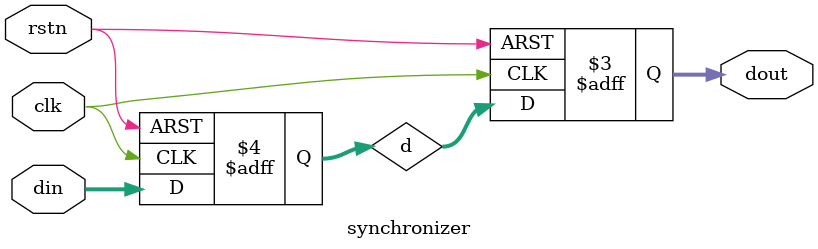
<source format=v>
/*To calculate FIFO full and empty conditions it requires clock domain 
crossing as wptr and rptr operates on different clocks. 
So to reduce Metastability we need synchronizer*/


module synchronizer #(parameter WIDTH=3)(
	// Synchronizer signals
	input clk,rstn,
	input [WIDTH:0] din,
	output reg [WIDTH:0] dout);
	reg [WIDTH:0] d;
	
	//2-flop synchronizer
	always @ (posedge clk or negedge rstn) begin
		if(!rstn) begin
			d <= 0;
			dout <= 0;
		end
		else begin
			d <= din;
			dout <= d;
		end
	end
endmodule
</source>
